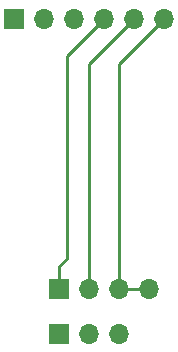
<source format=gbr>
%TF.GenerationSoftware,KiCad,Pcbnew,7.0.8*%
%TF.CreationDate,2024-11-24T19:48:23+00:00*%
%TF.ProjectId,working,776f726b-696e-4672-9e6b-696361645f70,rev?*%
%TF.SameCoordinates,Original*%
%TF.FileFunction,Copper,L1,Top*%
%TF.FilePolarity,Positive*%
%FSLAX46Y46*%
G04 Gerber Fmt 4.6, Leading zero omitted, Abs format (unit mm)*
G04 Created by KiCad (PCBNEW 7.0.8) date 2024-11-24 19:48:23*
%MOMM*%
%LPD*%
G01*
G04 APERTURE LIST*
%TA.AperFunction,ComponentPad*%
%ADD10R,1.700000X1.700000*%
%TD*%
%TA.AperFunction,ComponentPad*%
%ADD11O,1.700000X1.700000*%
%TD*%
%TA.AperFunction,Conductor*%
%ADD12C,0.250000*%
%TD*%
G04 APERTURE END LIST*
D10*
%TO.P,CONN3,1,Pin_1*%
%TO.N,enc*%
X-2540000Y-7620000D03*
D11*
%TO.P,CONN3,2,Pin_2*%
%TO.N,switch_a*%
X0Y-7620000D03*
%TO.P,CONN3,3,Pin_3*%
%TO.N,gnd*%
X2540000Y-7620000D03*
%TO.P,CONN3,4,Pin_4*%
X5080000Y-7620000D03*
%TD*%
D10*
%TO.P,CONN2,1,Pin_1*%
%TO.N,a*%
X-2540000Y-11430000D03*
D11*
%TO.P,CONN2,2,Pin_2*%
%TO.N,b*%
X0Y-11430000D03*
%TO.P,CONN2,3,Pin_3*%
%TO.N,5v*%
X2540000Y-11430000D03*
%TD*%
D10*
%TO.P,CONN1,1,Pin_1*%
%TO.N,a*%
X-6350000Y15240000D03*
D11*
%TO.P,CONN1,2,Pin_2*%
%TO.N,b*%
X-3810000Y15240000D03*
%TO.P,CONN1,3,Pin_3*%
%TO.N,5v*%
X-1270000Y15240000D03*
%TO.P,CONN1,4,Pin_4*%
%TO.N,enc*%
X1270000Y15240000D03*
%TO.P,CONN1,5,Pin_5*%
%TO.N,switch_a*%
X3810000Y15240000D03*
%TO.P,CONN1,6,Pin_6*%
%TO.N,gnd*%
X6350000Y15240000D03*
%TD*%
D12*
%TO.N,gnd*%
X2540000Y-7620000D02*
X5080000Y-7620000D01*
X2540000Y11430000D02*
X6350000Y15240000D01*
X2540000Y-7620000D02*
X2540000Y11430000D01*
%TO.N,switch_a*%
X0Y11430000D02*
X3810000Y15240000D01*
X0Y-7620000D02*
X0Y11430000D01*
%TO.N,enc*%
X-1905000Y12065000D02*
X1270000Y15240000D01*
X-2540000Y-5715000D02*
X-1905000Y-5080000D01*
X-2540000Y-7620000D02*
X-2540000Y-5715000D01*
X-1905000Y-5080000D02*
X-1905000Y12065000D01*
%TD*%
M02*

</source>
